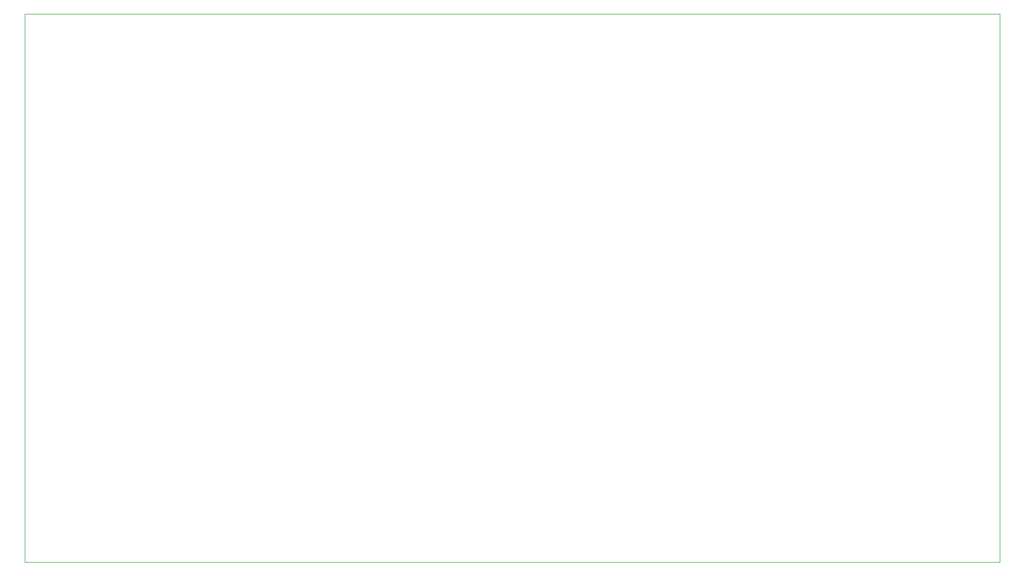
<source format=gm1>
G04 #@! TF.GenerationSoftware,KiCad,Pcbnew,7.0.0-da2b9df05c~171~ubuntu20.04.1*
G04 #@! TF.CreationDate,2023-05-14T20:26:20+02:00*
G04 #@! TF.ProjectId,cpumeter,6370756d-6574-4657-922e-6b696361645f,v01*
G04 #@! TF.SameCoordinates,Original*
G04 #@! TF.FileFunction,Profile,NP*
%FSLAX46Y46*%
G04 Gerber Fmt 4.6, Leading zero omitted, Abs format (unit mm)*
G04 Created by KiCad (PCBNEW 7.0.0-da2b9df05c~171~ubuntu20.04.1) date 2023-05-14 20:26:20*
%MOMM*%
%LPD*%
G01*
G04 APERTURE LIST*
G04 #@! TA.AperFunction,Profile*
%ADD10C,0.100000*%
G04 #@! TD*
G04 APERTURE END LIST*
D10*
X55296000Y-34172000D02*
X215296000Y-34172000D01*
X215296000Y-34172000D02*
X215296000Y-124172000D01*
X215296000Y-124172000D02*
X55296000Y-124172000D01*
X55296000Y-124172000D02*
X55296000Y-34172000D01*
M02*

</source>
